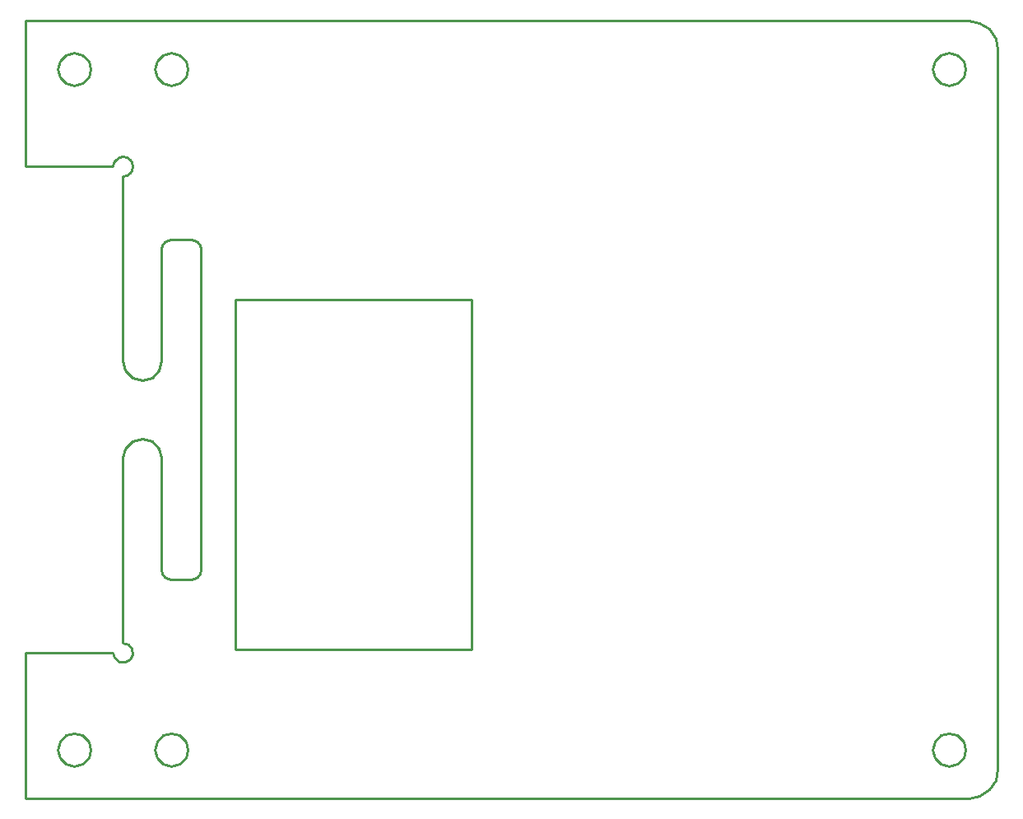
<source format=gbr>
G04 EAGLE Gerber RS-274X export*
G75*
%MOMM*%
%FSLAX34Y34*%
%LPD*%
%IN*%
%IPPOS*%
%AMOC8*
5,1,8,0,0,1.08239X$1,22.5*%
G01*
%ADD10C,0.254000*%


D10*
X172798Y182083D02*
X1142798Y182083D01*
X1154279Y184367D01*
X1164011Y190870D01*
X1170514Y200603D01*
X1172798Y212083D01*
X1172800Y952083D01*
X1170516Y963564D01*
X1164013Y973296D01*
X1154281Y979799D01*
X1142800Y982083D01*
X172798Y982083D01*
X172798Y832083D01*
X262798Y832083D01*
X263584Y835975D01*
X265727Y839154D01*
X268906Y841297D01*
X272798Y842083D01*
X276691Y841297D01*
X279869Y839154D01*
X282012Y835975D01*
X282798Y832083D01*
X282012Y828190D01*
X279869Y825012D01*
X276690Y822869D01*
X272798Y822083D01*
X272798Y632083D01*
X275478Y622083D01*
X282798Y614763D01*
X292798Y612083D01*
X302798Y614763D01*
X310119Y622083D01*
X312798Y632083D01*
X312798Y747083D01*
X313584Y750975D01*
X315727Y754154D01*
X318906Y756297D01*
X322798Y757083D01*
X342798Y757083D01*
X346690Y756297D01*
X349869Y754154D01*
X352012Y750975D01*
X352798Y747083D01*
X352798Y417083D01*
X352012Y413191D01*
X349869Y410012D01*
X346690Y407869D01*
X342798Y407083D01*
X322798Y407083D01*
X318906Y407869D01*
X315727Y410012D01*
X313584Y413191D01*
X312798Y417083D01*
X312798Y532083D01*
X310119Y542083D01*
X302798Y549404D01*
X292798Y552083D01*
X282798Y549404D01*
X275478Y542083D01*
X272798Y532083D01*
X272798Y342083D01*
X278354Y340398D01*
X282037Y335910D01*
X282606Y330132D01*
X279869Y325012D01*
X274749Y322275D01*
X268971Y322844D01*
X264483Y326527D01*
X262798Y332083D01*
X172798Y332083D01*
X172798Y182083D01*
X388620Y334880D02*
X631620Y334880D01*
X631620Y694880D01*
X388620Y694880D01*
X388620Y334880D01*
X205798Y232083D02*
X208076Y223583D01*
X214298Y217361D01*
X222798Y215083D01*
X231298Y217361D01*
X237520Y223583D01*
X239798Y232083D01*
X237520Y240583D01*
X231298Y246805D01*
X222798Y249083D01*
X214298Y246805D01*
X208076Y240583D01*
X205798Y232083D01*
X305798Y232083D02*
X308076Y223583D01*
X314298Y217361D01*
X322798Y215083D01*
X331298Y217361D01*
X337520Y223583D01*
X339798Y232083D01*
X337520Y240583D01*
X331298Y246805D01*
X322798Y249083D01*
X314298Y246805D01*
X308076Y240583D01*
X305798Y232083D01*
X305798Y932083D02*
X308076Y923583D01*
X314298Y917361D01*
X322798Y915083D01*
X331298Y917361D01*
X337520Y923583D01*
X339798Y932083D01*
X337520Y940583D01*
X331298Y946805D01*
X322798Y949083D01*
X314298Y946805D01*
X308076Y940583D01*
X305798Y932083D01*
X1105800Y232083D02*
X1108078Y223583D01*
X1114300Y217361D01*
X1122800Y215083D01*
X1131300Y217361D01*
X1137522Y223583D01*
X1139800Y232083D01*
X1137522Y240583D01*
X1131300Y246805D01*
X1122800Y249083D01*
X1114300Y246805D01*
X1108078Y240583D01*
X1105800Y232083D01*
X205798Y932083D02*
X208076Y923583D01*
X214298Y917361D01*
X222798Y915083D01*
X231298Y917361D01*
X237520Y923583D01*
X239798Y932083D01*
X237520Y940583D01*
X231298Y946805D01*
X222798Y949083D01*
X214298Y946805D01*
X208076Y940583D01*
X205798Y932083D01*
X1105800Y932083D02*
X1108078Y923583D01*
X1114300Y917361D01*
X1122800Y915083D01*
X1131300Y917361D01*
X1137522Y923583D01*
X1139800Y932083D01*
X1137522Y940583D01*
X1131300Y946805D01*
X1122800Y949083D01*
X1114300Y946805D01*
X1108078Y940583D01*
X1105800Y932083D01*
M02*

</source>
